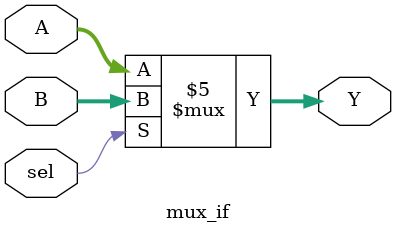
<source format=v>

module generate_if (
input [3:0] A, B,
input sel,
output  [3:0] Y);

parameter SELECT_DESIGN = 0;
	generate
		if (SELECT_DESIGN == 0)
			mux_assign mux_0 	(.A(A), .B(B), .sel(sel), .Y(Y) );
		else
			mux_if mux_1		(.A(A), .B(B), .sel(sel), .Y(Y) );
	endgenerate
endmodule
// Circuit option one 
module mux_assign (
	input [3:0]A, B,
	input sel,
	output [3:0]Y
	);
	assign Y = (sel)? B : A;
initial
	begin
		$display ("mux_assign is instantiated");
	end 
endmodule
	// Circuit option two
module mux_if (
	input [3:0] A, B,
	input sel,
	output reg [3:0]Y
	);
always @ (A, B, sel)
	begin
		if (sel==1'b1)
			Y = B;
		else 
			Y = A;
	end
initial
	begin
		$display ("mux_if is instantiated");
	end 
endmodule

</source>
